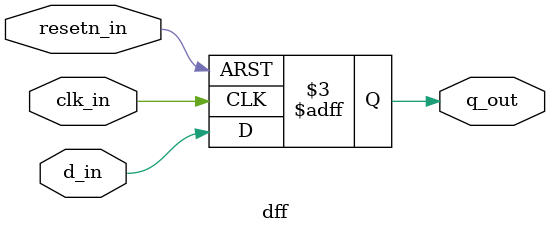
<source format=v>
`timescale 1ns / 1ps

//Verilog code for data-type flip-flop with negative edge reset
module dff(d_in, clk_in, resetn_in, q_out);
    input d_in, clk_in, resetn_in;
    output reg q_out;
    
    always @ (posedge clk_in or negedge resetn_in) begin
    if(!resetn_in)
        q_out <= 1'b0;
    else
        q_out <= d_in;
    end // always
endmodule

</source>
